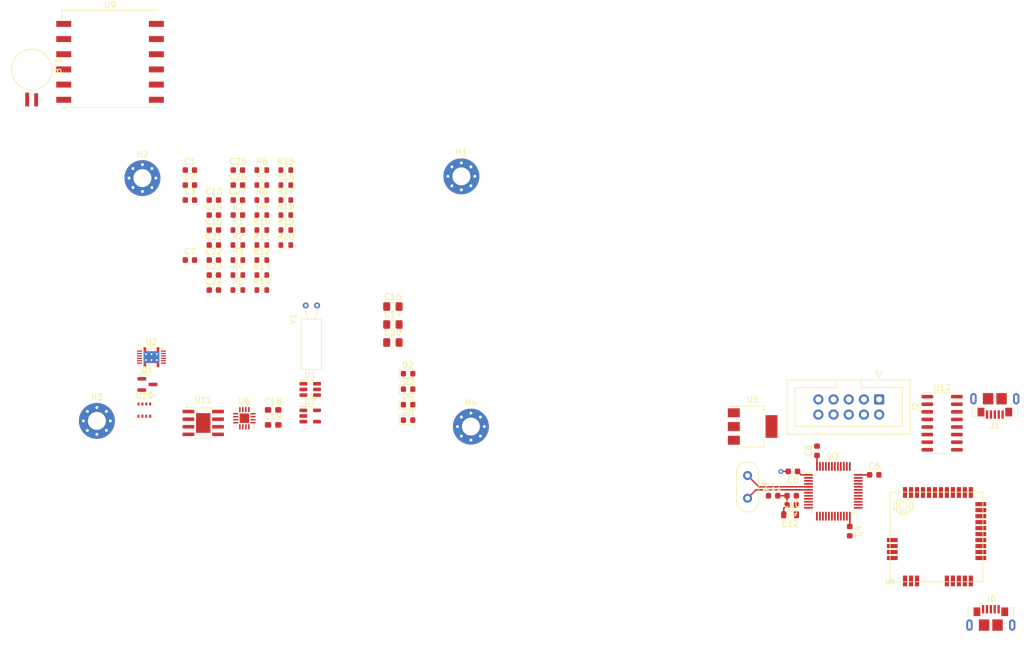
<source format=kicad_pcb>
(kicad_pcb (version 20221018) (generator pcbnew)
  (layers (0 "F.Cu" signal) (31 "B.Cu" signal) (34 "B.Paste" user) (35 "F.Paste" user) (36 "B.SilkS" user "B.Silkscreen") (37 "F.SilkS" user "F.Silkscreen") (38 "B.Mask" user) (39 "F.Mask" user) (44 "Edge.Cuts" user))
  (net 0 "")
  (net 1 "VBAT")
  (net 2 "GND")
  (net 3 "+1V8")
  (net 4 "VIN")
  (net 5 "+3.3V")
  (net 6 "+3.3VA")
  (net 7 "RAK11720_RST")
  (net 8 "GPS_3.3V")
  (net 9 "GPS_VBCKP")
  (net 10 "+5V")
  (net 11 "Net-(D2-A)")
  (net 12 "Net-(D3-A)")
  (net 13 "Net-(D4-K)")
  (net 14 "Net-(D5-K)")
  (net 19 "USB_CONN_D-")
  (net 20 "USB_CONN_D+")
  (net 23 "SWDIO")
  (net 24 "SWDCLK")
  (net 25 "SWO")
  (net 30 "Net-(U5-VO)")
  (net 31 "Net-(Q1-B)")
  (net 33 "GPS_RESET")
  (net 34 "Net-(U2-SRN)")
  (net 35 "/BOOT0")
  (net 36 "Net-(SW1-B)")
  (net 37 "SDA")
  (net 38 "SCL")
  (net 39 "GPS_RESET_PIN")
  (net 40 "Net-(D1-K)")
  (net 41 "GPS_IPPS")
  (net 42 "PM_SENSOR_RESET")
  (net 43 "PM_SENSOR1_SET")
  (net 44 "PM_SENSOR2_SET")
  (net 45 "Net-(U11-FREQ)")
  (net 46 "PGOOD")
  (net 47 "Net-(U6-~{CHG})")
  (net 48 "/ISET")
  (net 49 "/ILIM")
  (net 50 "/TMR")
  (net 51 "TS")
  (net 52 "USB_D+")
  (net 53 "USB_D-")
  (net 59 "LSE_IN")
  (net 60 "LSE_OUT")
  (net 62 "HSE_IN")
  (net 63 "HSE_OUT")
  (net 64 "NRST")
  (net 65 "USART2_RX")
  (net 66 "USART2_TX")
  (net 72 "GPS_EN")
  (net 73 "USART3_TX")
  (net 74 "USART3_RX")
  (net 80 "USART1_TX")
  (net 81 "USART1_RX")
  (net 85 "I2C1_SDA")
  (net 86 "I2C1_SCL")
  (net 88 "CE")
  (net 89 "EN2")
  (net 90 "EN1")
  (net 91 "SYSOFF")
  (net 93 "GPS_TIMER")
  (net 121 "RAK11720_UART1_RX")
  (net 122 "RAK11720_UART1_TX")
  (net 124 "RAK11720_UART0_TX")
  (net 125 "RAK11720_UART0_RX")
  (net 126 "STATUS_LED_2")
  (net 130 "MOSI")
  (net 131 "MISO")
  (net 132 "CLK")
  (net 133 "NSS")
  (net 140 "STATUS_LED_1")
  (footprint "Capacitor_SMD:C_0603_1608Metric" (layer "F.Cu") (at 62.7475 62.1)
    (fp_text reference "C13")
    (fp_text value "100nF")
  )
  (footprint "Package_SO:SOIC-16_3.9x9.9mm_P1.27mm" (layer "F.Cu") (at 184.525 99.445)
    (fp_text reference "U12")
    (fp_text value "CH340G")
  )
  (footprint "Capacitor_SMD:C_0603_1608Metric" (layer "F.Cu") (at 62.7475 67.12)
    (fp_text reference "C15")
    (fp_text value "1uF")
  )
  (footprint "Package_TO_SOT_SMD:SOT-23-6" (layer "F.Cu") (at 78.8575 93.79)
    (fp_text reference "U1")
    (fp_text value "USBLC6-2SC6")
  )
  (footprint "Resistor_SMD:R_0603_1608Metric" (layer "F.Cu") (at 70.7675 57.08)
    (fp_text reference "R6")
    (fp_text value "10K")
  )
  (footprint "Resistor_SMD:R_0603_1608Metric" (layer "F.Cu") (at 74.7775 57.08)
    (fp_text reference "R15")
    (fp_text value "1k")
  )
  (footprint "Capacitor_SMD:C_0805_2012Metric_Pad1.18x1.45mm_HandSolder" (layer "F.Cu") (at 92.6875 85.94)
    (fp_text reference "C20")
    (fp_text value "4.7uF")
  )
  (footprint "RAK11720_RAK3172:RAK3172" (layer "F.Cu") (at 175.835 125.99)
    (fp_text reference "U8")
    (fp_text value "~")
  )
  (footprint "Capacitor_SMD:C_0603_1608Metric_Pad1.08x0.95mm_HandSolder" (layer "F.Cu") (at 72.6675 97.22)
    (fp_text reference "C18")
    (fp_text value "100nF")
  )
  (footprint "Resistor_SMD:R_0603_1608Metric" (layer "F.Cu") (at 74.7775 64.61)
    (fp_text reference "R18")
    (fp_text value "1k")
  )
  (footprint "RF_GPS:Quectel_L80-R" (layer "F.Cu") (at 45.384352 38.464806)
    (fp_text reference "U9")
    (fp_text value "L80-R")
  )
  (footprint "Capacitor_SMD:C_0603_1608Metric" (layer "F.Cu") (at 169.086533 117.515345 -90)
    (fp_text reference "C4")
    (fp_text value "0.1uF")
  )
  (footprint "Resistor_SMD:R_0603_1608Metric" (layer "F.Cu") (at 70.7675 62.1)
    (fp_text reference "R8")
    (fp_text value "47K")
  )
  (footprint "Inductor_SMD:L_0603_1608Metric" (layer "F.Cu") (at 66.7575 64.61)
    (fp_text reference "L2")
    (fp_text value "L")
  )
  (footprint "Connector_IDC:IDC-Header_2x05_P2.54mm_Vertical" (layer "F.Cu") (at 174 95.46 -90)
    (fp_text reference "J2")
    (fp_text value "Conn_02x05_Odd_Even")
  )
  (footprint "LED_SMD:LED_0603_1608Metric" (layer "F.Cu") (at 95.2275 96.34)
    (fp_text reference "D4")
    (fp_text value "LED_RED")
  )
  (footprint "Capacitor_SMD:C_0603_1608Metric" (layer "F.Cu") (at 62.7475 74.65)
    (fp_text reference "C23")
    (fp_text value "100nF")
  )
  (footprint "Resistor_SMD:R_0603_1608Metric" (layer "F.Cu") (at 66.7575 67.12)
    (fp_text reference "R1")
    (fp_text value "0.01k")
  )
  (footprint "Capacitor_SMD:C_0603_1608Metric" (layer "F.Cu") (at 58.7375 72.14)
    (fp_text reference "C7")
    (fp_text value "0.1uF")
  )
  (footprint "Capacitor_SMD:C_0603_1608Metric" (layer "F.Cu") (at 173.185139 108.086533)
    (fp_text reference "C5")
    (fp_text value "0.1uF")
  )
  (footprint "Resistor_SMD:R_0603_1608Metric" (layer "F.Cu") (at 70.7675 67.12)
    (fp_text reference "R10")
    (fp_text value "1K")
  )
  (footprint "Capacitor_SMD:C_0603_1608Metric" (layer "F.Cu") (at 62.7475 69.63)
    (fp_text reference "C21")
    (fp_text value "100nF")
  )
  (footprint "Capacitor_SMD:C_0805_2012Metric_Pad1.18x1.45mm_HandSolder" (layer "F.Cu") (at 92.6875 79.92)
    (fp_text reference "C16")
    (fp_text value "10uF")
  )
  (footprint "MountingHole:MountingHole_3mm_Pad_Via" (layer "F.Cu") (at 50.8 58.42)
    (fp_text reference "H2")
    (fp_text value "MountingHole_Pad")
  )
  (footprint "Crystal:Crystal_C38-LF_D3.0mm_L8.0mm_Horizontal" (layer "F.Cu") (at 78.1075 79.74)
    (fp_text reference "Y1")
    (fp_text value "32.712K")
  )
  (footprint "Crystal:Crystal_HC52-6mm_Vertical" (layer "F.Cu") (at 152 108.2 -90)
    (fp_text reference "Y2")
    (fp_text value "16MH")
  )
  (footprint "Resistor_SMD:R_0603_1608Metric" (layer "F.Cu") (at 70.7675 74.65)
    (fp_text reference "R13")
    (fp_text value "10K")
  )
  (footprint "Resistor_SMD:R_0603_1608Metric" (layer "F.Cu") (at 66.7575 72.14)
    (fp_text reference "R3")
    (fp_text value "1k")
  )
  (footprint "Resistor_SMD:R_0603_1608Metric" (layer "F.Cu") (at 74.7775 67.12)
    (fp_text reference "R19")
    (fp_text value "1k")
  )
  (footprint "Resistor_SMD:R_0603_1608Metric" (layer "F.Cu") (at 70.7675 59.59)
    (fp_text reference "R7")
    (fp_text value "4.7K")
  )
  (footprint "Resistor_SMD:R_0603_1608Metric" (layer "F.Cu") (at 70.7675 69.63)
    (fp_text reference "R11")
    (fp_text value "10K")
  )
  (footprint "Resistor_SMD:R_0603_1608Metric" (layer "F.Cu") (at 70.7675 77.16)
    (fp_text reference "R14")
    (fp_text value "200K")
  )
  (footprint "Capacitor_SMD:C_0805_2012Metric_Pad1.18x1.45mm_HandSolder" (layer "F.Cu") (at 92.6875 82.93)
    (fp_text reference "C17")
    (fp_text value "10uF")
  )
  (footprint "Capacitor_SMD:C_0603_1608Metric" (layer "F.Cu") (at 66.7575 57.08)
    (fp_text reference "C25")
    (fp_text value "1uF")
  )
  (footprint "Package_TO_SOT_SMD:SOT-223-3_TabPin2" (layer "F.Cu") (at 152.85 100)
    (fp_text reference "U5")
    (fp_text value "AMS1117-3.3")
  )
  (footprint "Capacitor_SMD:C_0603_1608Metric" (layer "F.Cu") (at 58.7375 59.59)
    (fp_text reference "C2")
    (fp_text value "0.47uF")
  )
  (footprint "Resistor_SMD:R_0603_1608Metric" (layer "F.Cu") (at 66.7575 77.16)
    (fp_text reference "R5")
    (fp_text value "10K")
  )
  (footprint "LED_SMD:LED_0603_1608Metric" (layer "F.Cu") (at 95.2275 91.16)
    (fp_text reference "D2")
    (fp_text value "LED_RED")
  )
  (footprint "MountingHole:MountingHole_3mm_Pad_Via" (layer "F.Cu") (at 105.73099 100.00901)
    (fp_text reference "H4")
    (fp_text value "MountingHole_Pad")
  )
  (footprint "Capacitor_SMD:C_0603_1608Metric" (layer "F.Cu") (at 58.7375 57.08)
    (fp_text reference "C1")
    (fp_text value "1.0uF")
  )
  (footprint "LED_SMD:LED_0603_1608Metric" (layer "F.Cu") (at 95.2275 93.75)
    (fp_text reference "D3")
    (fp_text value "LED_YELLOW")
  )
  (footprint "Capacitor_SMD:C_0603_1608Metric" (layer "F.Cu") (at 156.274885 111.584916)
    (fp_text reference "C11")
    (fp_text value "4.7uF")
  )
  (footprint "Capacitor_SMD:C_0603_1608Metric" (layer "F.Cu") (at 159.577947 107.509641 180)
    (fp_text reference "C6")
    (fp_text value "0.1uF")
  )
  (footprint "Capacitor_SMD:C_0603_1608Metric" (layer "F.Cu") (at 66.7575 62.1)
    (fp_text reference "C27")
    (fp_text value "10uF")
  )
  (footprint "Resistor_SMD:R_0603_1608Metric" (layer "F.Cu") (at 74.7775 62.1)
    (fp_text reference "R17")
    (fp_text value "1k")
  )
  (footprint "Capacitor_SMD:C_0603_1608Metric" (layer "F.Cu") (at 62.7475 77.16)
    (fp_text reference "C24")
    (fp_text value "22uF")
  )
  (footprint "Capacitor_SMD:C_0603_1608Metric" (layer "F.Cu") (at 159.379088 111.590341 180)
    (fp_text reference "C10")
    (fp_text value "0.1uF")
  )
  (footprint "Package_TO_SOT_SMD:SOT-23-5" (layer "F.Cu") (at 78.8575 98.24)
    (fp_text reference "U7")
    (fp_text value "AP2112K-3.3")
  )
  (footprint "Capacitor_SMD:C_0603_1608Metric" (layer "F.Cu") (at 163.608404 104.056393 90)
    (fp_text reference "C8")
    (fp_text value "0.1uF")
  )
  (footprint "Capacitor_SMD:C_0603_1608Metric" (layer "F.Cu") (at 58.7375 62.1)
    (fp_text reference "C3")
    (fp_text value "0.1uF")
  )
  (footprint "Resistor_SMD:R_0603_1608Metric" (layer "F.Cu") (at 70.7675 64.61)
    (fp_text reference "R9")
    (fp_text value "1K")
  )
  (footprint "Capacitor_SMD:C_0603_1608Metric" (layer "F.Cu") (at 66.7575 59.59)
    (fp_text reference "C26")
    (fp_text value "10uF")
  )
  (footprint "MP1584EN:SOIC127P600X170-9N" (layer "F.Cu") (at 60.9675 99.405)
    (fp_text reference "U11")
    (fp_text value "MP1584EN")
  )
  (footprint "Capacitor_SMD:C_0603_1608Metric" (layer "F.Cu") (at 159.369262 113.123161 180)
    (fp_text reference "C9")
    (fp_text value "1uF")
  )
  (footprint "Connector_USB:USB_Micro-B_GCT_USB3076-30-A" (layer "F.Cu") (at 192.68 132.03)
    (fp_text reference "J6")
    (fp_text value "USB_B_Micro")
  )
  (footprint "Connector_USB:USB_Micro-B_GCT_USB3076-30-A" (layer "F.Cu") (at 193.35 96.55 180)
    (fp_text reference "J1")
    (fp_text value "USB_B_Micro")
  )
  (footprint "MountingHole:MountingHole_3mm_Pad_Via" (layer "F.Cu") (at 43.18 99.06)
    (fp_text reference "H3")
    (fp_text value "MountingHole_Pad")
  )
  (footprint "Resistor_SMD:R_0603_1608Metric" (layer "F.Cu") (at 66.7575 74.65)
    (fp_text reference "R4")
    (fp_text value "10K")
  )
  (footprint "Package_QFP:LQFP-48_7x7mm_P0.5mm" (layer "F.Cu") (at 166.35 110.8425)
    (fp_text reference "U3")
    (fp_text value "STM32F103CBT6")
  )
  (footprint "Resistor_SMD:R_0603_1608Metric" (layer "F.Cu") (at 74.7775 59.59)
    (fp_text reference "R16")
    (fp_text value "1.5K")
  )
  (footprint "Resistor_SMD:R_0603_1608Metric" (layer "F.Cu") (at 74.7775 69.63)
    (fp_text reference "R20")
    (fp_text value "10k")
  )
  (footprint "Capacitor_SMD:C_0603_1608Metric" (layer "F.Cu") (at 62.7475 72.14)
    (fp_text reference "C22")
    (fp_text value "100nF")
  )
  (footprint "Capacitor_SMD:C_0603_1608Metric" (layer "F.Cu") (at 62.7475 64.61)
    (fp_text reference "C14")
    (fp_text value "1uF")
  )
  (footprint "Package_LGA:Bosch_LGA-8_2.5x2.5mm_P0.65mm_ClockwisePinNumbering" (layer "F.Cu") (at 51.1175 97.25)
    (fp_text reference "U10")
    (fp_text value "BME280")
  )
  (footprint "Package_SON:Texas_S-PDSO-N12" (layer "F.Cu") (at 52.3075 88.38)
    (fp_text reference "U2")
    (fp_text value "BQ27441-G1")
  )
  (footprint "Package_TO_SOT_SMD:SOT-23" (layer "F.Cu") (at 51.6275 92.96)
    (fp_text reference "Q1")
    (fp_text value "BC846")
  )
  (footprint "Capacitor_SMD:C_0603_1608Metric_Pad1.08x0.95mm_HandSolder" (layer "F.Cu") (at 72.6675 99.73)
    (fp_text reference "C19")
    (fp_text value "100nF")
  )
  (footprint "MountingHole:MountingHole_3mm_Pad_Via" (layer "F.Cu") (at 104.14 58.13)
    (fp_text reference "H1")
    (fp_text value "MountingHole_Pad")
  )
  (footprint "Resistor_SMD:R_0603_1608Metric" (layer "F.Cu") (at 66.7575 69.63)
    (fp_text reference "R2")
    (fp_text value "10k")
  )
  (footprint "MS621FE-FL11E:BAT_MS621FE-FL11E" (layer "F.Cu") (at 32.272864 40.273391 -90)
    (fp_text reference "BT1")
    (fp_text value "MS621FE-FL11E")
  )
  (footprint "Resistor_SMD:R_0603_1608Metric" (layer "F.Cu") (at 70.7675 72.14)
    (fp_text reference "R12")
    (fp_text value "10K")
  )
  (footprint "Inductor_SMD:L_0805_2012Metric" (layer "F.Cu") (at 159.10663 114.768167 180)
    (fp_text reference "C12")
    (fp_text value "10uF")
  )
  (footprint "Package_DFN_QFN:VQFN-16-1EP_3x3mm_P0.5mm_EP1.6x1.6mm" (layer "F.Cu") (at 67.8475 98.61)
    (fp_text reference "U6")
    (fp_text value "BQ24075RGT")
  )
  (footprint "LED_SMD:LED_0603_1608Metric" (layer "F.Cu") (at 95.2275 98.93)
    (fp_text reference "D5")
    (fp_text value "LED_RED")
  )
  (segment (start 158.04413 114.768167) (end 158.04413 113.673293) (width 0.25) (layer "F.Cu") (net 2))
  (segment (start 158.802947 107.509641) (end 157.566669 107.509641) (width 0.25) (layer "F.Cu") (net 2))
  (segment (start 158.594262 111.600167) (end 158.604088 111.590341) (width 0.25) (layer "F.Cu") (net 2))
  (segment (start 158.04413 113.673293) (end 158.594262 113.123161) (width 0.25) (layer "F.Cu") (net 2))
  (segment (start 157.566669 107.509641) (end 157.553804 107.522506) (width 0.25) (layer "F.Cu") (net 2))
  (segment (start 158.594262 113.123161) (end 158.594262 111.600167) (width 0.25) (layer "F.Cu") (net 2))
  (segment (start 158.598663 111.584916) (end 158.604088 111.590341) (width 0.25) (layer "F.Cu") (net 2))
  (segment (start 157.049885 111.584916) (end 158.598663 111.584916) (width 0.25) (layer "F.Cu") (net 2))
  (via (at 157.553804 107.522506) (size 0.8) (drill 0.4) (layers "F.Cu" "B.Cu") (net 2))
  (segment (start 169.1 115.005) (end 169.1 116.726878) (width 0.25) (layer "F.Cu") (net 5))
  (segment (start 160.935806 108.0925) (end 160.352947 107.509641) (width 0.25) (layer "F.Cu") (net 5))
  (segment (start 169.1 116.726878) (end 169.086533 116.740345) (width 0.25) (layer "F.Cu") (net 5))
  (segment (start 170.518467 108.086533) (end 170.5125 108.0925) (width 0.25) (layer "F.Cu") (net 5))
  (segment (start 163.608404 104.831393) (end 163.608404 106.671596) (width 0.25) (layer "F.Cu") (net 5))
  (segment (start 163.608404 106.671596) (end 163.6 106.68) (width 0.25) (layer "F.Cu") (net 5))
  (segment (start 162.1875 108.0925) (end 160.935806 108.0925) (width 0.25) (layer "F.Cu") (net 5))
  (segment (start 172.410139 108.086533) (end 170.518467 108.086533) (width 0.25) (layer "F.Cu") (net 5))
  (segment (start 162.1875 110.0925) (end 153.8925 110.0925) (width 0.25) (layer "F.Cu") (net 62))
  (segment (start 153.8925 110.0925) (end 152 108.2) (width 0.25) (layer "F.Cu") (net 62))
  (segment (start 153.4075 110.5925) (end 152 112) (width 0.25) (layer "F.Cu") (net 63))
  (segment (start 162.1875 110.5925) (end 153.4075 110.5925) (width 0.25) (layer "F.Cu") (net 63))
)
</source>
